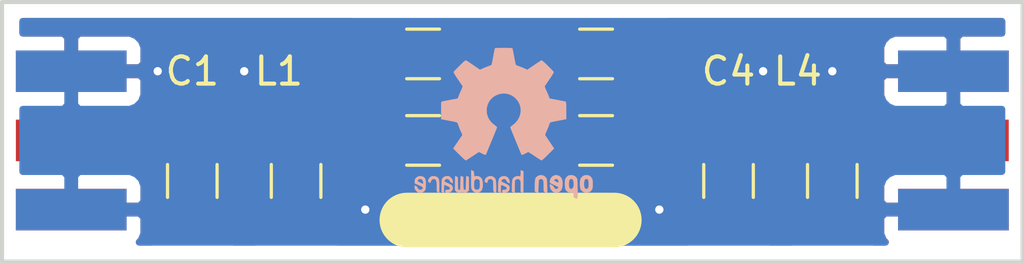
<source format=kicad_pcb>
(kicad_pcb (version 20171130) (host pcbnew "(5.0.1-3-g963ef8bb5)")

  (general
    (thickness 1.6)
    (drawings 5)
    (tracks 28)
    (zones 0)
    (modules 11)
    (nets 5)
  )

  (page A4)
  (layers
    (0 F.Cu signal)
    (31 B.Cu signal)
    (32 B.Adhes user)
    (33 F.Adhes user)
    (34 B.Paste user)
    (35 F.Paste user)
    (36 B.SilkS user)
    (37 F.SilkS user)
    (38 B.Mask user)
    (39 F.Mask user)
    (40 Dwgs.User user)
    (41 Cmts.User user)
    (42 Eco1.User user)
    (43 Eco2.User user)
    (44 Edge.Cuts user)
    (45 Margin user)
    (46 B.CrtYd user)
    (47 F.CrtYd user)
    (48 B.Fab user)
    (49 F.Fab user)
  )

  (setup
    (last_trace_width 0.2032)
    (trace_clearance 0.2032)
    (zone_clearance 0.508)
    (zone_45_only no)
    (trace_min 0.2032)
    (segment_width 0.2)
    (edge_width 0.15)
    (via_size 0.6096)
    (via_drill 0.3048)
    (via_min_size 0.6096)
    (via_min_drill 0.3048)
    (uvia_size 0.3)
    (uvia_drill 0.1)
    (uvias_allowed no)
    (uvia_min_size 0.2)
    (uvia_min_drill 0.1)
    (pcb_text_width 0.3)
    (pcb_text_size 1.5 1.5)
    (mod_edge_width 0.15)
    (mod_text_size 1 1)
    (mod_text_width 0.15)
    (pad_size 1.524 1.524)
    (pad_drill 0.762)
    (pad_to_mask_clearance 0.051)
    (solder_mask_min_width 0.25)
    (aux_axis_origin 0 0)
    (grid_origin 99.695 99.06)
    (visible_elements FFFFFF7F)
    (pcbplotparams
      (layerselection 0x010fc_ffffffff)
      (usegerberextensions false)
      (usegerberattributes false)
      (usegerberadvancedattributes false)
      (creategerberjobfile false)
      (excludeedgelayer true)
      (linewidth 0.100000)
      (plotframeref false)
      (viasonmask false)
      (mode 1)
      (useauxorigin false)
      (hpglpennumber 1)
      (hpglpenspeed 20)
      (hpglpendiameter 15.000000)
      (psnegative false)
      (psa4output false)
      (plotreference true)
      (plotvalue true)
      (plotinvisibletext false)
      (padsonsilk false)
      (subtractmaskfromsilk false)
      (outputformat 1)
      (mirror false)
      (drillshape 1)
      (scaleselection 1)
      (outputdirectory ""))
  )

  (net 0 "")
  (net 1 "Net-(C1-Pad1)")
  (net 2 GND)
  (net 3 "Net-(C2-Pad1)")
  (net 4 "Net-(C3-Pad1)")

  (net_class Default "This is the default net class."
    (clearance 0.2032)
    (trace_width 0.2032)
    (via_dia 0.6096)
    (via_drill 0.3048)
    (uvia_dia 0.3)
    (uvia_drill 0.1)
    (diff_pair_gap 0.2032)
    (diff_pair_width 0.2032)
    (add_net GND)
  )

  (net_class 50Ohm ""
    (clearance 0.37)
    (trace_width 1.8)
    (via_dia 0.6096)
    (via_drill 0.3048)
    (uvia_dia 0.3)
    (uvia_drill 0.1)
    (diff_pair_gap 0.2032)
    (diff_pair_width 0.2032)
    (add_net "Net-(C1-Pad1)")
    (add_net "Net-(C2-Pad1)")
    (add_net "Net-(C3-Pad1)")
  )

  (module Capacitor_SMD:C_1206_3216Metric_Pad1.42x1.75mm_HandSolder (layer F.Cu) (tedit 5B301BBE) (tstamp 5C247C57)
    (at 106.68 96.1025 270)
    (descr "Capacitor SMD 1206 (3216 Metric), square (rectangular) end terminal, IPC_7351 nominal with elongated pad for handsoldering. (Body size source: http://www.tortai-tech.com/upload/download/2011102023233369053.pdf), generated with kicad-footprint-generator")
    (tags "capacitor handsolder")
    (path /5C1802A2)
    (attr smd)
    (fp_text reference C1 (at -4.0275 0) (layer F.SilkS)
      (effects (font (size 1 1) (thickness 0.15)))
    )
    (fp_text value C (at 0 1.82 270) (layer F.Fab)
      (effects (font (size 1 1) (thickness 0.15)))
    )
    (fp_line (start -1.6 0.8) (end -1.6 -0.8) (layer F.Fab) (width 0.1))
    (fp_line (start -1.6 -0.8) (end 1.6 -0.8) (layer F.Fab) (width 0.1))
    (fp_line (start 1.6 -0.8) (end 1.6 0.8) (layer F.Fab) (width 0.1))
    (fp_line (start 1.6 0.8) (end -1.6 0.8) (layer F.Fab) (width 0.1))
    (fp_line (start -0.602064 -0.91) (end 0.602064 -0.91) (layer F.SilkS) (width 0.12))
    (fp_line (start -0.602064 0.91) (end 0.602064 0.91) (layer F.SilkS) (width 0.12))
    (fp_line (start -2.45 1.12) (end -2.45 -1.12) (layer F.CrtYd) (width 0.05))
    (fp_line (start -2.45 -1.12) (end 2.45 -1.12) (layer F.CrtYd) (width 0.05))
    (fp_line (start 2.45 -1.12) (end 2.45 1.12) (layer F.CrtYd) (width 0.05))
    (fp_line (start 2.45 1.12) (end -2.45 1.12) (layer F.CrtYd) (width 0.05))
    (fp_text user %R (at 0 0 270) (layer F.Fab)
      (effects (font (size 0.8 0.8) (thickness 0.12)))
    )
    (pad 1 smd roundrect (at -1.4875 0 270) (size 1.425 1.75) (layers F.Cu F.Paste F.Mask) (roundrect_rratio 0.175439)
      (net 1 "Net-(C1-Pad1)"))
    (pad 2 smd roundrect (at 1.4875 0 270) (size 1.425 1.75) (layers F.Cu F.Paste F.Mask) (roundrect_rratio 0.175439)
      (net 2 GND))
    (model ${KISYS3DMOD}/Capacitor_SMD.3dshapes/C_1206_3216Metric.wrl
      (at (xyz 0 0 0))
      (scale (xyz 1 1 1))
      (rotate (xyz 0 0 0))
    )
  )

  (module Capacitor_SMD:C_1206_3216Metric_Pad1.42x1.75mm_HandSolder (layer F.Cu) (tedit 5C1807FA) (tstamp 5C247C68)
    (at 115.1525 94.615 180)
    (descr "Capacitor SMD 1206 (3216 Metric), square (rectangular) end terminal, IPC_7351 nominal with elongated pad for handsoldering. (Body size source: http://www.tortai-tech.com/upload/download/2011102023233369053.pdf), generated with kicad-footprint-generator")
    (tags "capacitor handsolder")
    (path /5C1802D5)
    (attr smd)
    (fp_text reference C2 (at 0 -1.82 180) (layer F.SilkS) hide
      (effects (font (size 1 1) (thickness 0.15)))
    )
    (fp_text value C (at 0 1.82 180) (layer F.Fab)
      (effects (font (size 1 1) (thickness 0.15)))
    )
    (fp_text user %R (at 0 0 180) (layer F.Fab)
      (effects (font (size 0.8 0.8) (thickness 0.12)))
    )
    (fp_line (start 2.45 1.12) (end -2.45 1.12) (layer F.CrtYd) (width 0.05))
    (fp_line (start 2.45 -1.12) (end 2.45 1.12) (layer F.CrtYd) (width 0.05))
    (fp_line (start -2.45 -1.12) (end 2.45 -1.12) (layer F.CrtYd) (width 0.05))
    (fp_line (start -2.45 1.12) (end -2.45 -1.12) (layer F.CrtYd) (width 0.05))
    (fp_line (start -0.602064 0.91) (end 0.602064 0.91) (layer F.SilkS) (width 0.12))
    (fp_line (start -0.602064 -0.91) (end 0.602064 -0.91) (layer F.SilkS) (width 0.12))
    (fp_line (start 1.6 0.8) (end -1.6 0.8) (layer F.Fab) (width 0.1))
    (fp_line (start 1.6 -0.8) (end 1.6 0.8) (layer F.Fab) (width 0.1))
    (fp_line (start -1.6 -0.8) (end 1.6 -0.8) (layer F.Fab) (width 0.1))
    (fp_line (start -1.6 0.8) (end -1.6 -0.8) (layer F.Fab) (width 0.1))
    (pad 2 smd roundrect (at 1.4875 0 180) (size 1.425 1.75) (layers F.Cu F.Paste F.Mask) (roundrect_rratio 0.175439)
      (net 1 "Net-(C1-Pad1)"))
    (pad 1 smd roundrect (at -1.4875 0 180) (size 1.425 1.75) (layers F.Cu F.Paste F.Mask) (roundrect_rratio 0.175439)
      (net 3 "Net-(C2-Pad1)"))
    (model ${KISYS3DMOD}/Capacitor_SMD.3dshapes/C_1206_3216Metric.wrl
      (at (xyz 0 0 0))
      (scale (xyz 1 1 1))
      (rotate (xyz 0 0 0))
    )
  )

  (module Capacitor_SMD:C_1206_3216Metric_Pad1.42x1.75mm_HandSolder (layer F.Cu) (tedit 5C1807FD) (tstamp 5C247C79)
    (at 121.5025 94.615 180)
    (descr "Capacitor SMD 1206 (3216 Metric), square (rectangular) end terminal, IPC_7351 nominal with elongated pad for handsoldering. (Body size source: http://www.tortai-tech.com/upload/download/2011102023233369053.pdf), generated with kicad-footprint-generator")
    (tags "capacitor handsolder")
    (path /5C180409)
    (attr smd)
    (fp_text reference C3 (at 0 -1.82 180) (layer F.SilkS) hide
      (effects (font (size 1 1) (thickness 0.15)))
    )
    (fp_text value C (at 0 1.82 180) (layer F.Fab)
      (effects (font (size 1 1) (thickness 0.15)))
    )
    (fp_line (start -1.6 0.8) (end -1.6 -0.8) (layer F.Fab) (width 0.1))
    (fp_line (start -1.6 -0.8) (end 1.6 -0.8) (layer F.Fab) (width 0.1))
    (fp_line (start 1.6 -0.8) (end 1.6 0.8) (layer F.Fab) (width 0.1))
    (fp_line (start 1.6 0.8) (end -1.6 0.8) (layer F.Fab) (width 0.1))
    (fp_line (start -0.602064 -0.91) (end 0.602064 -0.91) (layer F.SilkS) (width 0.12))
    (fp_line (start -0.602064 0.91) (end 0.602064 0.91) (layer F.SilkS) (width 0.12))
    (fp_line (start -2.45 1.12) (end -2.45 -1.12) (layer F.CrtYd) (width 0.05))
    (fp_line (start -2.45 -1.12) (end 2.45 -1.12) (layer F.CrtYd) (width 0.05))
    (fp_line (start 2.45 -1.12) (end 2.45 1.12) (layer F.CrtYd) (width 0.05))
    (fp_line (start 2.45 1.12) (end -2.45 1.12) (layer F.CrtYd) (width 0.05))
    (fp_text user %R (at 0 0 180) (layer F.Fab)
      (effects (font (size 0.8 0.8) (thickness 0.12)))
    )
    (pad 1 smd roundrect (at -1.4875 0 180) (size 1.425 1.75) (layers F.Cu F.Paste F.Mask) (roundrect_rratio 0.175439)
      (net 4 "Net-(C3-Pad1)"))
    (pad 2 smd roundrect (at 1.4875 0 180) (size 1.425 1.75) (layers F.Cu F.Paste F.Mask) (roundrect_rratio 0.175439)
      (net 3 "Net-(C2-Pad1)"))
    (model ${KISYS3DMOD}/Capacitor_SMD.3dshapes/C_1206_3216Metric.wrl
      (at (xyz 0 0 0))
      (scale (xyz 1 1 1))
      (rotate (xyz 0 0 0))
    )
  )

  (module Capacitor_SMD:C_1206_3216Metric_Pad1.42x1.75mm_HandSolder (layer F.Cu) (tedit 5B301BBE) (tstamp 5C247C8A)
    (at 126.365 96.1025 270)
    (descr "Capacitor SMD 1206 (3216 Metric), square (rectangular) end terminal, IPC_7351 nominal with elongated pad for handsoldering. (Body size source: http://www.tortai-tech.com/upload/download/2011102023233369053.pdf), generated with kicad-footprint-generator")
    (tags "capacitor handsolder")
    (path /5C180630)
    (attr smd)
    (fp_text reference C4 (at -4.0275 0) (layer F.SilkS)
      (effects (font (size 1 1) (thickness 0.15)))
    )
    (fp_text value C (at 0 1.82 270) (layer F.Fab)
      (effects (font (size 1 1) (thickness 0.15)))
    )
    (fp_text user %R (at 0 0 270) (layer F.Fab)
      (effects (font (size 0.8 0.8) (thickness 0.12)))
    )
    (fp_line (start 2.45 1.12) (end -2.45 1.12) (layer F.CrtYd) (width 0.05))
    (fp_line (start 2.45 -1.12) (end 2.45 1.12) (layer F.CrtYd) (width 0.05))
    (fp_line (start -2.45 -1.12) (end 2.45 -1.12) (layer F.CrtYd) (width 0.05))
    (fp_line (start -2.45 1.12) (end -2.45 -1.12) (layer F.CrtYd) (width 0.05))
    (fp_line (start -0.602064 0.91) (end 0.602064 0.91) (layer F.SilkS) (width 0.12))
    (fp_line (start -0.602064 -0.91) (end 0.602064 -0.91) (layer F.SilkS) (width 0.12))
    (fp_line (start 1.6 0.8) (end -1.6 0.8) (layer F.Fab) (width 0.1))
    (fp_line (start 1.6 -0.8) (end 1.6 0.8) (layer F.Fab) (width 0.1))
    (fp_line (start -1.6 -0.8) (end 1.6 -0.8) (layer F.Fab) (width 0.1))
    (fp_line (start -1.6 0.8) (end -1.6 -0.8) (layer F.Fab) (width 0.1))
    (pad 2 smd roundrect (at 1.4875 0 270) (size 1.425 1.75) (layers F.Cu F.Paste F.Mask) (roundrect_rratio 0.175439)
      (net 2 GND))
    (pad 1 smd roundrect (at -1.4875 0 270) (size 1.425 1.75) (layers F.Cu F.Paste F.Mask) (roundrect_rratio 0.175439)
      (net 4 "Net-(C3-Pad1)"))
    (model ${KISYS3DMOD}/Capacitor_SMD.3dshapes/C_1206_3216Metric.wrl
      (at (xyz 0 0 0))
      (scale (xyz 1 1 1))
      (rotate (xyz 0 0 0))
    )
  )

  (module RFLego_Footprint:SMA_Edge (layer F.Cu) (tedit 5C180867) (tstamp 5C247C93)
    (at 100.203 94.615)
    (path /5C180092)
    (fp_text reference J1 (at 2.1336 4.6482) (layer F.SilkS) hide
      (effects (font (size 1 1) (thickness 0.15)))
    )
    (fp_text value SMA (at 1.27 6.35) (layer F.Fab) hide
      (effects (font (size 1 1) (thickness 0.15)))
    )
    (pad 1 smd rect (at 2.032 0) (size 4.064 1.524) (layers F.Cu F.Mask)
      (net 1 "Net-(C1-Pad1)"))
    (pad 2 smd rect (at 2.032 -2.54) (size 4.064 1.524) (layers F.Cu F.Mask)
      (net 2 GND))
    (pad 2 smd rect (at 2.032 2.54) (size 4.064 1.524) (layers B.Cu B.Mask)
      (net 2 GND))
    (pad 2 smd rect (at 2.032 -2.54) (size 4.064 1.524) (layers B.Cu B.Mask)
      (net 2 GND))
    (pad 2 smd rect (at 2.032 2.54) (size 4.064 1.524) (layers F.Cu F.Mask)
      (net 2 GND))
  )

  (module RFLego_Footprint:SMA_Edge (layer F.Cu) (tedit 5C18086B) (tstamp 5C247C9C)
    (at 132.588 94.615)
    (path /5C180159)
    (fp_text reference J2 (at 2.1336 4.6482) (layer F.SilkS) hide
      (effects (font (size 1 1) (thickness 0.15)))
    )
    (fp_text value SMA (at 1.27 6.35) (layer F.Fab) hide
      (effects (font (size 1 1) (thickness 0.15)))
    )
    (pad 2 smd rect (at 2.032 2.54) (size 4.064 1.524) (layers F.Cu F.Mask)
      (net 2 GND))
    (pad 2 smd rect (at 2.032 -2.54) (size 4.064 1.524) (layers B.Cu B.Mask)
      (net 2 GND))
    (pad 2 smd rect (at 2.032 2.54) (size 4.064 1.524) (layers B.Cu B.Mask)
      (net 2 GND))
    (pad 2 smd rect (at 2.032 -2.54) (size 4.064 1.524) (layers F.Cu F.Mask)
      (net 2 GND))
    (pad 1 smd rect (at 2.032 0) (size 4.064 1.524) (layers F.Cu F.Mask)
      (net 4 "Net-(C3-Pad1)"))
  )

  (module Inductor_SMD:L_1206_3216Metric_Pad1.42x1.75mm_HandSolder (layer F.Cu) (tedit 5B301BBE) (tstamp 5C248B7A)
    (at 110.49 96.1025 270)
    (descr "Capacitor SMD 1206 (3216 Metric), square (rectangular) end terminal, IPC_7351 nominal with elongated pad for handsoldering. (Body size source: http://www.tortai-tech.com/upload/download/2011102023233369053.pdf), generated with kicad-footprint-generator")
    (tags "inductor handsolder")
    (path /5C18075E)
    (attr smd)
    (fp_text reference L1 (at -4.0275 0.635) (layer F.SilkS)
      (effects (font (size 1 1) (thickness 0.15)))
    )
    (fp_text value L (at 0 1.82 270) (layer F.Fab)
      (effects (font (size 1 1) (thickness 0.15)))
    )
    (fp_line (start -1.6 0.8) (end -1.6 -0.8) (layer F.Fab) (width 0.1))
    (fp_line (start -1.6 -0.8) (end 1.6 -0.8) (layer F.Fab) (width 0.1))
    (fp_line (start 1.6 -0.8) (end 1.6 0.8) (layer F.Fab) (width 0.1))
    (fp_line (start 1.6 0.8) (end -1.6 0.8) (layer F.Fab) (width 0.1))
    (fp_line (start -0.602064 -0.91) (end 0.602064 -0.91) (layer F.SilkS) (width 0.12))
    (fp_line (start -0.602064 0.91) (end 0.602064 0.91) (layer F.SilkS) (width 0.12))
    (fp_line (start -2.45 1.12) (end -2.45 -1.12) (layer F.CrtYd) (width 0.05))
    (fp_line (start -2.45 -1.12) (end 2.45 -1.12) (layer F.CrtYd) (width 0.05))
    (fp_line (start 2.45 -1.12) (end 2.45 1.12) (layer F.CrtYd) (width 0.05))
    (fp_line (start 2.45 1.12) (end -2.45 1.12) (layer F.CrtYd) (width 0.05))
    (fp_text user %R (at 0 0 270) (layer F.Fab)
      (effects (font (size 0.8 0.8) (thickness 0.12)))
    )
    (pad 1 smd roundrect (at -1.4875 0 270) (size 1.425 1.75) (layers F.Cu F.Paste F.Mask) (roundrect_rratio 0.175439)
      (net 1 "Net-(C1-Pad1)"))
    (pad 2 smd roundrect (at 1.4875 0 270) (size 1.425 1.75) (layers F.Cu F.Paste F.Mask) (roundrect_rratio 0.175439)
      (net 2 GND))
    (model ${KISYS3DMOD}/Inductor_SMD.3dshapes/L_1206_3216Metric.wrl
      (at (xyz 0 0 0))
      (scale (xyz 1 1 1))
      (rotate (xyz 0 0 0))
    )
  )

  (module Inductor_SMD:L_1206_3216Metric_Pad1.42x1.75mm_HandSolder (layer F.Cu) (tedit 5C180806) (tstamp 5C24801B)
    (at 115.1525 91.44)
    (descr "Capacitor SMD 1206 (3216 Metric), square (rectangular) end terminal, IPC_7351 nominal with elongated pad for handsoldering. (Body size source: http://www.tortai-tech.com/upload/download/2011102023233369053.pdf), generated with kicad-footprint-generator")
    (tags "inductor handsolder")
    (path /5C1812E3)
    (attr smd)
    (fp_text reference L2 (at 0 -1.82) (layer F.SilkS) hide
      (effects (font (size 1 1) (thickness 0.15)))
    )
    (fp_text value L (at 0 1.82) (layer F.Fab)
      (effects (font (size 1 1) (thickness 0.15)))
    )
    (fp_text user %R (at 0 0) (layer F.Fab)
      (effects (font (size 0.8 0.8) (thickness 0.12)))
    )
    (fp_line (start 2.45 1.12) (end -2.45 1.12) (layer F.CrtYd) (width 0.05))
    (fp_line (start 2.45 -1.12) (end 2.45 1.12) (layer F.CrtYd) (width 0.05))
    (fp_line (start -2.45 -1.12) (end 2.45 -1.12) (layer F.CrtYd) (width 0.05))
    (fp_line (start -2.45 1.12) (end -2.45 -1.12) (layer F.CrtYd) (width 0.05))
    (fp_line (start -0.602064 0.91) (end 0.602064 0.91) (layer F.SilkS) (width 0.12))
    (fp_line (start -0.602064 -0.91) (end 0.602064 -0.91) (layer F.SilkS) (width 0.12))
    (fp_line (start 1.6 0.8) (end -1.6 0.8) (layer F.Fab) (width 0.1))
    (fp_line (start 1.6 -0.8) (end 1.6 0.8) (layer F.Fab) (width 0.1))
    (fp_line (start -1.6 -0.8) (end 1.6 -0.8) (layer F.Fab) (width 0.1))
    (fp_line (start -1.6 0.8) (end -1.6 -0.8) (layer F.Fab) (width 0.1))
    (pad 2 smd roundrect (at 1.4875 0) (size 1.425 1.75) (layers F.Cu F.Paste F.Mask) (roundrect_rratio 0.175439)
      (net 3 "Net-(C2-Pad1)"))
    (pad 1 smd roundrect (at -1.4875 0) (size 1.425 1.75) (layers F.Cu F.Paste F.Mask) (roundrect_rratio 0.175439)
      (net 1 "Net-(C1-Pad1)"))
    (model ${KISYS3DMOD}/Inductor_SMD.3dshapes/L_1206_3216Metric.wrl
      (at (xyz 0 0 0))
      (scale (xyz 1 1 1))
      (rotate (xyz 0 0 0))
    )
  )

  (module Inductor_SMD:L_1206_3216Metric_Pad1.42x1.75mm_HandSolder (layer F.Cu) (tedit 5C180802) (tstamp 5C247CCF)
    (at 121.5025 91.44)
    (descr "Capacitor SMD 1206 (3216 Metric), square (rectangular) end terminal, IPC_7351 nominal with elongated pad for handsoldering. (Body size source: http://www.tortai-tech.com/upload/download/2011102023233369053.pdf), generated with kicad-footprint-generator")
    (tags "inductor handsolder")
    (path /5C18085C)
    (attr smd)
    (fp_text reference L3 (at 0 -1.82) (layer F.SilkS) hide
      (effects (font (size 1 1) (thickness 0.15)))
    )
    (fp_text value L (at 0 1.82) (layer F.Fab)
      (effects (font (size 1 1) (thickness 0.15)))
    )
    (fp_text user %R (at 0 0) (layer F.Fab)
      (effects (font (size 0.8 0.8) (thickness 0.12)))
    )
    (fp_line (start 2.45 1.12) (end -2.45 1.12) (layer F.CrtYd) (width 0.05))
    (fp_line (start 2.45 -1.12) (end 2.45 1.12) (layer F.CrtYd) (width 0.05))
    (fp_line (start -2.45 -1.12) (end 2.45 -1.12) (layer F.CrtYd) (width 0.05))
    (fp_line (start -2.45 1.12) (end -2.45 -1.12) (layer F.CrtYd) (width 0.05))
    (fp_line (start -0.602064 0.91) (end 0.602064 0.91) (layer F.SilkS) (width 0.12))
    (fp_line (start -0.602064 -0.91) (end 0.602064 -0.91) (layer F.SilkS) (width 0.12))
    (fp_line (start 1.6 0.8) (end -1.6 0.8) (layer F.Fab) (width 0.1))
    (fp_line (start 1.6 -0.8) (end 1.6 0.8) (layer F.Fab) (width 0.1))
    (fp_line (start -1.6 -0.8) (end 1.6 -0.8) (layer F.Fab) (width 0.1))
    (fp_line (start -1.6 0.8) (end -1.6 -0.8) (layer F.Fab) (width 0.1))
    (pad 2 smd roundrect (at 1.4875 0) (size 1.425 1.75) (layers F.Cu F.Paste F.Mask) (roundrect_rratio 0.175439)
      (net 4 "Net-(C3-Pad1)"))
    (pad 1 smd roundrect (at -1.4875 0) (size 1.425 1.75) (layers F.Cu F.Paste F.Mask) (roundrect_rratio 0.175439)
      (net 3 "Net-(C2-Pad1)"))
    (model ${KISYS3DMOD}/Inductor_SMD.3dshapes/L_1206_3216Metric.wrl
      (at (xyz 0 0 0))
      (scale (xyz 1 1 1))
      (rotate (xyz 0 0 0))
    )
  )

  (module Inductor_SMD:L_1206_3216Metric_Pad1.42x1.75mm_HandSolder (layer F.Cu) (tedit 5B301BBE) (tstamp 5C247CE0)
    (at 130.175 96.1025 270)
    (descr "Capacitor SMD 1206 (3216 Metric), square (rectangular) end terminal, IPC_7351 nominal with elongated pad for handsoldering. (Body size source: http://www.tortai-tech.com/upload/download/2011102023233369053.pdf), generated with kicad-footprint-generator")
    (tags "inductor handsolder")
    (path /5C180A62)
    (attr smd)
    (fp_text reference L4 (at -4.0275 1.27) (layer F.SilkS)
      (effects (font (size 1 1) (thickness 0.15)))
    )
    (fp_text value L (at 0 1.82 270) (layer F.Fab)
      (effects (font (size 1 1) (thickness 0.15)))
    )
    (fp_line (start -1.6 0.8) (end -1.6 -0.8) (layer F.Fab) (width 0.1))
    (fp_line (start -1.6 -0.8) (end 1.6 -0.8) (layer F.Fab) (width 0.1))
    (fp_line (start 1.6 -0.8) (end 1.6 0.8) (layer F.Fab) (width 0.1))
    (fp_line (start 1.6 0.8) (end -1.6 0.8) (layer F.Fab) (width 0.1))
    (fp_line (start -0.602064 -0.91) (end 0.602064 -0.91) (layer F.SilkS) (width 0.12))
    (fp_line (start -0.602064 0.91) (end 0.602064 0.91) (layer F.SilkS) (width 0.12))
    (fp_line (start -2.45 1.12) (end -2.45 -1.12) (layer F.CrtYd) (width 0.05))
    (fp_line (start -2.45 -1.12) (end 2.45 -1.12) (layer F.CrtYd) (width 0.05))
    (fp_line (start 2.45 -1.12) (end 2.45 1.12) (layer F.CrtYd) (width 0.05))
    (fp_line (start 2.45 1.12) (end -2.45 1.12) (layer F.CrtYd) (width 0.05))
    (fp_text user %R (at 0 0 270) (layer F.Fab)
      (effects (font (size 0.8 0.8) (thickness 0.12)))
    )
    (pad 1 smd roundrect (at -1.4875 0 270) (size 1.425 1.75) (layers F.Cu F.Paste F.Mask) (roundrect_rratio 0.175439)
      (net 4 "Net-(C3-Pad1)"))
    (pad 2 smd roundrect (at 1.4875 0 270) (size 1.425 1.75) (layers F.Cu F.Paste F.Mask) (roundrect_rratio 0.175439)
      (net 2 GND))
    (model ${KISYS3DMOD}/Inductor_SMD.3dshapes/L_1206_3216Metric.wrl
      (at (xyz 0 0 0))
      (scale (xyz 1 1 1))
      (rotate (xyz 0 0 0))
    )
  )

  (module Symbol:OSHW-Logo2_7.3x6mm_SilkScreen (layer B.Cu) (tedit 0) (tstamp 5C24B3B5)
    (at 118.11 93.98 180)
    (descr "Open Source Hardware Symbol")
    (tags "Logo Symbol OSHW")
    (attr virtual)
    (fp_text reference REF** (at 0 0 180) (layer B.SilkS) hide
      (effects (font (size 1 1) (thickness 0.15)) (justify mirror))
    )
    (fp_text value OSHW-Logo2_7.3x6mm_SilkScreen (at 0.75 0 180) (layer B.Fab) hide
      (effects (font (size 1 1) (thickness 0.15)) (justify mirror))
    )
    (fp_poly (pts (xy 0.10391 2.757652) (xy 0.182454 2.757222) (xy 0.239298 2.756058) (xy 0.278105 2.753793)
      (xy 0.302538 2.75006) (xy 0.316262 2.744494) (xy 0.32294 2.736727) (xy 0.326236 2.726395)
      (xy 0.326556 2.725057) (xy 0.331562 2.700921) (xy 0.340829 2.653299) (xy 0.353392 2.587259)
      (xy 0.368287 2.507872) (xy 0.384551 2.420204) (xy 0.385119 2.417125) (xy 0.40141 2.331211)
      (xy 0.416652 2.255304) (xy 0.429861 2.193955) (xy 0.440054 2.151718) (xy 0.446248 2.133145)
      (xy 0.446543 2.132816) (xy 0.464788 2.123747) (xy 0.502405 2.108633) (xy 0.551271 2.090738)
      (xy 0.551543 2.090642) (xy 0.613093 2.067507) (xy 0.685657 2.038035) (xy 0.754057 2.008403)
      (xy 0.757294 2.006938) (xy 0.868702 1.956374) (xy 1.115399 2.12484) (xy 1.191077 2.176197)
      (xy 1.259631 2.222111) (xy 1.317088 2.25997) (xy 1.359476 2.287163) (xy 1.382825 2.301079)
      (xy 1.385042 2.302111) (xy 1.40201 2.297516) (xy 1.433701 2.275345) (xy 1.481352 2.234553)
      (xy 1.546198 2.174095) (xy 1.612397 2.109773) (xy 1.676214 2.046388) (xy 1.733329 1.988549)
      (xy 1.780305 1.939825) (xy 1.813703 1.90379) (xy 1.830085 1.884016) (xy 1.830694 1.882998)
      (xy 1.832505 1.869428) (xy 1.825683 1.847267) (xy 1.80854 1.813522) (xy 1.779393 1.7652)
      (xy 1.736555 1.699308) (xy 1.679448 1.614483) (xy 1.628766 1.539823) (xy 1.583461 1.47286)
      (xy 1.54615 1.417484) (xy 1.519452 1.37758) (xy 1.505985 1.357038) (xy 1.505137 1.355644)
      (xy 1.506781 1.335962) (xy 1.519245 1.297707) (xy 1.540048 1.248111) (xy 1.547462 1.232272)
      (xy 1.579814 1.16171) (xy 1.614328 1.081647) (xy 1.642365 1.012371) (xy 1.662568 0.960955)
      (xy 1.678615 0.921881) (xy 1.687888 0.901459) (xy 1.689041 0.899886) (xy 1.706096 0.897279)
      (xy 1.746298 0.890137) (xy 1.804302 0.879477) (xy 1.874763 0.866315) (xy 1.952335 0.851667)
      (xy 2.031672 0.836551) (xy 2.107431 0.821982) (xy 2.174264 0.808978) (xy 2.226828 0.798555)
      (xy 2.259776 0.79173) (xy 2.267857 0.789801) (xy 2.276205 0.785038) (xy 2.282506 0.774282)
      (xy 2.287045 0.753902) (xy 2.290104 0.720266) (xy 2.291967 0.669745) (xy 2.292918 0.598708)
      (xy 2.29324 0.503524) (xy 2.293257 0.464508) (xy 2.293257 0.147201) (xy 2.217057 0.132161)
      (xy 2.174663 0.124005) (xy 2.1114 0.112101) (xy 2.034962 0.097884) (xy 1.953043 0.08279)
      (xy 1.9304 0.078645) (xy 1.854806 0.063947) (xy 1.788953 0.049495) (xy 1.738366 0.036625)
      (xy 1.708574 0.026678) (xy 1.703612 0.023713) (xy 1.691426 0.002717) (xy 1.673953 -0.037967)
      (xy 1.654577 -0.090322) (xy 1.650734 -0.1016) (xy 1.625339 -0.171523) (xy 1.593817 -0.250418)
      (xy 1.562969 -0.321266) (xy 1.562817 -0.321595) (xy 1.511447 -0.432733) (xy 1.680399 -0.681253)
      (xy 1.849352 -0.929772) (xy 1.632429 -1.147058) (xy 1.566819 -1.211726) (xy 1.506979 -1.268733)
      (xy 1.456267 -1.315033) (xy 1.418046 -1.347584) (xy 1.395675 -1.363343) (xy 1.392466 -1.364343)
      (xy 1.373626 -1.356469) (xy 1.33518 -1.334578) (xy 1.28133 -1.301267) (xy 1.216276 -1.259131)
      (xy 1.14594 -1.211943) (xy 1.074555 -1.16381) (xy 1.010908 -1.121928) (xy 0.959041 -1.088871)
      (xy 0.922995 -1.067218) (xy 0.906867 -1.059543) (xy 0.887189 -1.066037) (xy 0.849875 -1.08315)
      (xy 0.802621 -1.107326) (xy 0.797612 -1.110013) (xy 0.733977 -1.141927) (xy 0.690341 -1.157579)
      (xy 0.663202 -1.157745) (xy 0.649057 -1.143204) (xy 0.648975 -1.143) (xy 0.641905 -1.125779)
      (xy 0.625042 -1.084899) (xy 0.599695 -1.023525) (xy 0.567171 -0.944819) (xy 0.528778 -0.851947)
      (xy 0.485822 -0.748072) (xy 0.444222 -0.647502) (xy 0.398504 -0.536516) (xy 0.356526 -0.433703)
      (xy 0.319548 -0.342215) (xy 0.288827 -0.265201) (xy 0.265622 -0.205815) (xy 0.25119 -0.167209)
      (xy 0.246743 -0.1528) (xy 0.257896 -0.136272) (xy 0.287069 -0.10993) (xy 0.325971 -0.080887)
      (xy 0.436757 0.010961) (xy 0.523351 0.116241) (xy 0.584716 0.232734) (xy 0.619815 0.358224)
      (xy 0.627608 0.490493) (xy 0.621943 0.551543) (xy 0.591078 0.678205) (xy 0.53792 0.790059)
      (xy 0.465767 0.885999) (xy 0.377917 0.964924) (xy 0.277665 1.02573) (xy 0.16831 1.067313)
      (xy 0.053147 1.088572) (xy -0.064525 1.088401) (xy -0.18141 1.065699) (xy -0.294211 1.019362)
      (xy -0.399631 0.948287) (xy -0.443632 0.908089) (xy -0.528021 0.804871) (xy -0.586778 0.692075)
      (xy -0.620296 0.57299) (xy -0.628965 0.450905) (xy -0.613177 0.329107) (xy -0.573322 0.210884)
      (xy -0.509793 0.099525) (xy -0.422979 -0.001684) (xy -0.325971 -0.080887) (xy -0.285563 -0.111162)
      (xy -0.257018 -0.137219) (xy -0.246743 -0.152825) (xy -0.252123 -0.169843) (xy -0.267425 -0.2105)
      (xy -0.291388 -0.271642) (xy -0.322756 -0.350119) (xy -0.360268 -0.44278) (xy -0.402667 -0.546472)
      (xy -0.444337 -0.647526) (xy -0.49031 -0.758607) (xy -0.532893 -0.861541) (xy -0.570779 -0.953165)
      (xy -0.60266 -1.030316) (xy -0.627229 -1.089831) (xy -0.64318 -1.128544) (xy -0.64909 -1.143)
      (xy -0.663052 -1.157685) (xy -0.69006 -1.157642) (xy -0.733587 -1.142099) (xy -0.79711 -1.110284)
      (xy -0.797612 -1.110013) (xy -0.84544 -1.085323) (xy -0.884103 -1.067338) (xy -0.905905 -1.059614)
      (xy -0.906867 -1.059543) (xy -0.923279 -1.067378) (xy -0.959513 -1.089165) (xy -1.011526 -1.122328)
      (xy -1.075275 -1.164291) (xy -1.14594 -1.211943) (xy -1.217884 -1.260191) (xy -1.282726 -1.302151)
      (xy -1.336265 -1.335227) (xy -1.374303 -1.356821) (xy -1.392467 -1.364343) (xy -1.409192 -1.354457)
      (xy -1.44282 -1.326826) (xy -1.48999 -1.284495) (xy -1.547342 -1.230505) (xy -1.611516 -1.167899)
      (xy -1.632503 -1.146983) (xy -1.849501 -0.929623) (xy -1.684332 -0.68722) (xy -1.634136 -0.612781)
      (xy -1.590081 -0.545972) (xy -1.554638 -0.490665) (xy -1.530281 -0.450729) (xy -1.519478 -0.430036)
      (xy -1.519162 -0.428563) (xy -1.524857 -0.409058) (xy -1.540174 -0.369822) (xy -1.562463 -0.31743)
      (xy -1.578107 -0.282355) (xy -1.607359 -0.215201) (xy -1.634906 -0.147358) (xy -1.656263 -0.090034)
      (xy -1.662065 -0.072572) (xy -1.678548 -0.025938) (xy -1.69466 0.010095) (xy -1.70351 0.023713)
      (xy -1.72304 0.032048) (xy -1.765666 0.043863) (xy -1.825855 0.057819) (xy -1.898078 0.072578)
      (xy -1.9304 0.078645) (xy -2.012478 0.093727) (xy -2.091205 0.108331) (xy -2.158891 0.12102)
      (xy -2.20784 0.130358) (xy -2.217057 0.132161) (xy -2.293257 0.147201) (xy -2.293257 0.464508)
      (xy -2.293086 0.568846) (xy -2.292384 0.647787) (xy -2.290866 0.704962) (xy -2.288251 0.744001)
      (xy -2.284254 0.768535) (xy -2.278591 0.782195) (xy -2.27098 0.788611) (xy -2.267857 0.789801)
      (xy -2.249022 0.79402) (xy -2.207412 0.802438) (xy -2.14837 0.814039) (xy -2.077243 0.827805)
      (xy -1.999375 0.84272) (xy -1.920113 0.857768) (xy -1.844802 0.871931) (xy -1.778787 0.884194)
      (xy -1.727413 0.893539) (xy -1.696025 0.89895) (xy -1.689041 0.899886) (xy -1.682715 0.912404)
      (xy -1.66871 0.945754) (xy -1.649645 0.993623) (xy -1.642366 1.012371) (xy -1.613004 1.084805)
      (xy -1.578429 1.16483) (xy -1.547463 1.232272) (xy -1.524677 1.283841) (xy -1.509518 1.326215)
      (xy -1.504458 1.352166) (xy -1.505264 1.355644) (xy -1.515959 1.372064) (xy -1.54038 1.408583)
      (xy -1.575905 1.461313) (xy -1.619913 1.526365) (xy -1.669783 1.599849) (xy -1.679644 1.614355)
      (xy -1.737508 1.700296) (xy -1.780044 1.765739) (xy -1.808946 1.813696) (xy -1.82591 1.84718)
      (xy -1.832633 1.869205) (xy -1.83081 1.882783) (xy -1.830764 1.882869) (xy -1.816414 1.900703)
      (xy -1.784677 1.935183) (xy -1.73899 1.982732) (xy -1.682796 2.039778) (xy -1.619532 2.102745)
      (xy -1.612398 2.109773) (xy -1.53267 2.18698) (xy -1.471143 2.24367) (xy -1.426579 2.28089)
      (xy -1.397743 2.299685) (xy -1.385042 2.302111) (xy -1.366506 2.291529) (xy -1.328039 2.267084)
      (xy -1.273614 2.231388) (xy -1.207202 2.187053) (xy -1.132775 2.136689) (xy -1.115399 2.12484)
      (xy -0.868703 1.956374) (xy -0.757294 2.006938) (xy -0.689543 2.036405) (xy -0.616817 2.066041)
      (xy -0.554297 2.08967) (xy -0.551543 2.090642) (xy -0.50264 2.108543) (xy -0.464943 2.12368)
      (xy -0.446575 2.13279) (xy -0.446544 2.132816) (xy -0.440715 2.149283) (xy -0.430808 2.189781)
      (xy -0.417805 2.249758) (xy -0.402691 2.32466) (xy -0.386448 2.409936) (xy -0.385119 2.417125)
      (xy -0.368825 2.504986) (xy -0.353867 2.58474) (xy -0.341209 2.651319) (xy -0.331814 2.699653)
      (xy -0.326646 2.724675) (xy -0.326556 2.725057) (xy -0.323411 2.735701) (xy -0.317296 2.743738)
      (xy -0.304547 2.749533) (xy -0.2815 2.753453) (xy -0.244491 2.755865) (xy -0.189856 2.757135)
      (xy -0.113933 2.757629) (xy -0.013056 2.757714) (xy 0 2.757714) (xy 0.10391 2.757652)) (layer B.SilkS) (width 0.01))
    (fp_poly (pts (xy 3.153595 -1.966966) (xy 3.211021 -2.004497) (xy 3.238719 -2.038096) (xy 3.260662 -2.099064)
      (xy 3.262405 -2.147308) (xy 3.258457 -2.211816) (xy 3.109686 -2.276934) (xy 3.037349 -2.310202)
      (xy 2.990084 -2.336964) (xy 2.965507 -2.360144) (xy 2.961237 -2.382667) (xy 2.974889 -2.407455)
      (xy 2.989943 -2.423886) (xy 3.033746 -2.450235) (xy 3.081389 -2.452081) (xy 3.125145 -2.431546)
      (xy 3.157289 -2.390752) (xy 3.163038 -2.376347) (xy 3.190576 -2.331356) (xy 3.222258 -2.312182)
      (xy 3.265714 -2.295779) (xy 3.265714 -2.357966) (xy 3.261872 -2.400283) (xy 3.246823 -2.435969)
      (xy 3.21528 -2.476943) (xy 3.210592 -2.482267) (xy 3.175506 -2.51872) (xy 3.145347 -2.538283)
      (xy 3.107615 -2.547283) (xy 3.076335 -2.55023) (xy 3.020385 -2.550965) (xy 2.980555 -2.54166)
      (xy 2.955708 -2.527846) (xy 2.916656 -2.497467) (xy 2.889625 -2.464613) (xy 2.872517 -2.423294)
      (xy 2.863238 -2.367521) (xy 2.859693 -2.291305) (xy 2.85941 -2.252622) (xy 2.860372 -2.206247)
      (xy 2.948007 -2.206247) (xy 2.949023 -2.231126) (xy 2.951556 -2.2352) (xy 2.968274 -2.229665)
      (xy 3.004249 -2.215017) (xy 3.052331 -2.19419) (xy 3.062386 -2.189714) (xy 3.123152 -2.158814)
      (xy 3.156632 -2.131657) (xy 3.16399 -2.10622) (xy 3.146391 -2.080481) (xy 3.131856 -2.069109)
      (xy 3.07941 -2.046364) (xy 3.030322 -2.050122) (xy 2.989227 -2.077884) (xy 2.960758 -2.127152)
      (xy 2.951631 -2.166257) (xy 2.948007 -2.206247) (xy 2.860372 -2.206247) (xy 2.861285 -2.162249)
      (xy 2.868196 -2.095384) (xy 2.881884 -2.046695) (xy 2.904096 -2.010849) (xy 2.936574 -1.982513)
      (xy 2.950733 -1.973355) (xy 3.015053 -1.949507) (xy 3.085473 -1.948006) (xy 3.153595 -1.966966)) (layer B.SilkS) (width 0.01))
    (fp_poly (pts (xy 2.6526 -1.958752) (xy 2.669948 -1.966334) (xy 2.711356 -1.999128) (xy 2.746765 -2.046547)
      (xy 2.768664 -2.097151) (xy 2.772229 -2.122098) (xy 2.760279 -2.156927) (xy 2.734067 -2.175357)
      (xy 2.705964 -2.186516) (xy 2.693095 -2.188572) (xy 2.686829 -2.173649) (xy 2.674456 -2.141175)
      (xy 2.669028 -2.126502) (xy 2.63859 -2.075744) (xy 2.59452 -2.050427) (xy 2.53801 -2.051206)
      (xy 2.533825 -2.052203) (xy 2.503655 -2.066507) (xy 2.481476 -2.094393) (xy 2.466327 -2.139287)
      (xy 2.45725 -2.204615) (xy 2.453286 -2.293804) (xy 2.452914 -2.341261) (xy 2.45273 -2.416071)
      (xy 2.451522 -2.467069) (xy 2.448309 -2.499471) (xy 2.442109 -2.518495) (xy 2.43194 -2.529356)
      (xy 2.416819 -2.537272) (xy 2.415946 -2.53767) (xy 2.386828 -2.549981) (xy 2.372403 -2.554514)
      (xy 2.370186 -2.540809) (xy 2.368289 -2.502925) (xy 2.366847 -2.445715) (xy 2.365998 -2.374027)
      (xy 2.365829 -2.321565) (xy 2.366692 -2.220047) (xy 2.37007 -2.143032) (xy 2.377142 -2.086023)
      (xy 2.389088 -2.044526) (xy 2.40709 -2.014043) (xy 2.432327 -1.99008) (xy 2.457247 -1.973355)
      (xy 2.517171 -1.951097) (xy 2.586911 -1.946076) (xy 2.6526 -1.958752)) (layer B.SilkS) (width 0.01))
    (fp_poly (pts (xy 2.144876 -1.956335) (xy 2.186667 -1.975344) (xy 2.219469 -1.998378) (xy 2.243503 -2.024133)
      (xy 2.260097 -2.057358) (xy 2.270577 -2.1028) (xy 2.276271 -2.165207) (xy 2.278507 -2.249327)
      (xy 2.278743 -2.304721) (xy 2.278743 -2.520826) (xy 2.241774 -2.53767) (xy 2.212656 -2.549981)
      (xy 2.198231 -2.554514) (xy 2.195472 -2.541025) (xy 2.193282 -2.504653) (xy 2.191942 -2.451542)
      (xy 2.191657 -2.409372) (xy 2.190434 -2.348447) (xy 2.187136 -2.300115) (xy 2.182321 -2.270518)
      (xy 2.178496 -2.264229) (xy 2.152783 -2.270652) (xy 2.112418 -2.287125) (xy 2.065679 -2.309458)
      (xy 2.020845 -2.333457) (xy 1.986193 -2.35493) (xy 1.970002 -2.369685) (xy 1.969938 -2.369845)
      (xy 1.97133 -2.397152) (xy 1.983818 -2.423219) (xy 2.005743 -2.444392) (xy 2.037743 -2.451474)
      (xy 2.065092 -2.450649) (xy 2.103826 -2.450042) (xy 2.124158 -2.459116) (xy 2.136369 -2.483092)
      (xy 2.137909 -2.487613) (xy 2.143203 -2.521806) (xy 2.129047 -2.542568) (xy 2.092148 -2.552462)
      (xy 2.052289 -2.554292) (xy 1.980562 -2.540727) (xy 1.943432 -2.521355) (xy 1.897576 -2.475845)
      (xy 1.873256 -2.419983) (xy 1.871073 -2.360957) (xy 1.891629 -2.305953) (xy 1.922549 -2.271486)
      (xy 1.95342 -2.252189) (xy 2.001942 -2.227759) (xy 2.058485 -2.202985) (xy 2.06791 -2.199199)
      (xy 2.130019 -2.171791) (xy 2.165822 -2.147634) (xy 2.177337 -2.123619) (xy 2.16658 -2.096635)
      (xy 2.148114 -2.075543) (xy 2.104469 -2.049572) (xy 2.056446 -2.047624) (xy 2.012406 -2.067637)
      (xy 1.980709 -2.107551) (xy 1.976549 -2.117848) (xy 1.952327 -2.155724) (xy 1.916965 -2.183842)
      (xy 1.872343 -2.206917) (xy 1.872343 -2.141485) (xy 1.874969 -2.101506) (xy 1.88623 -2.069997)
      (xy 1.911199 -2.036378) (xy 1.935169 -2.010484) (xy 1.972441 -1.973817) (xy 2.001401 -1.954121)
      (xy 2.032505 -1.94622) (xy 2.067713 -1.944914) (xy 2.144876 -1.956335)) (layer B.SilkS) (width 0.01))
    (fp_poly (pts (xy 1.779833 -1.958663) (xy 1.782048 -1.99685) (xy 1.783784 -2.054886) (xy 1.784899 -2.12818)
      (xy 1.785257 -2.205055) (xy 1.785257 -2.465196) (xy 1.739326 -2.511127) (xy 1.707675 -2.539429)
      (xy 1.67989 -2.550893) (xy 1.641915 -2.550168) (xy 1.62684 -2.548321) (xy 1.579726 -2.542948)
      (xy 1.540756 -2.539869) (xy 1.531257 -2.539585) (xy 1.499233 -2.541445) (xy 1.453432 -2.546114)
      (xy 1.435674 -2.548321) (xy 1.392057 -2.551735) (xy 1.362745 -2.54432) (xy 1.33368 -2.521427)
      (xy 1.323188 -2.511127) (xy 1.277257 -2.465196) (xy 1.277257 -1.978602) (xy 1.314226 -1.961758)
      (xy 1.346059 -1.949282) (xy 1.364683 -1.944914) (xy 1.369458 -1.958718) (xy 1.373921 -1.997286)
      (xy 1.377775 -2.056356) (xy 1.380722 -2.131663) (xy 1.382143 -2.195286) (xy 1.386114 -2.445657)
      (xy 1.420759 -2.450556) (xy 1.452268 -2.447131) (xy 1.467708 -2.436041) (xy 1.472023 -2.415308)
      (xy 1.475708 -2.371145) (xy 1.478469 -2.309146) (xy 1.480012 -2.234909) (xy 1.480235 -2.196706)
      (xy 1.480457 -1.976783) (xy 1.526166 -1.960849) (xy 1.558518 -1.950015) (xy 1.576115 -1.944962)
      (xy 1.576623 -1.944914) (xy 1.578388 -1.958648) (xy 1.580329 -1.99673) (xy 1.582282 -2.054482)
      (xy 1.584084 -2.127227) (xy 1.585343 -2.195286) (xy 1.589314 -2.445657) (xy 1.6764 -2.445657)
      (xy 1.680396 -2.21724) (xy 1.684392 -1.988822) (xy 1.726847 -1.966868) (xy 1.758192 -1.951793)
      (xy 1.776744 -1.944951) (xy 1.777279 -1.944914) (xy 1.779833 -1.958663)) (layer B.SilkS) (width 0.01))
    (fp_poly (pts (xy 1.190117 -2.065358) (xy 1.189933 -2.173837) (xy 1.189219 -2.257287) (xy 1.187675 -2.319704)
      (xy 1.185001 -2.365085) (xy 1.180894 -2.397429) (xy 1.175055 -2.420733) (xy 1.167182 -2.438995)
      (xy 1.161221 -2.449418) (xy 1.111855 -2.505945) (xy 1.049264 -2.541377) (xy 0.980013 -2.55409)
      (xy 0.910668 -2.542463) (xy 0.869375 -2.521568) (xy 0.826025 -2.485422) (xy 0.796481 -2.441276)
      (xy 0.778655 -2.383462) (xy 0.770463 -2.306313) (xy 0.769302 -2.249714) (xy 0.769458 -2.245647)
      (xy 0.870857 -2.245647) (xy 0.871476 -2.31055) (xy 0.874314 -2.353514) (xy 0.88084 -2.381622)
      (xy 0.892523 -2.401953) (xy 0.906483 -2.417288) (xy 0.953365 -2.44689) (xy 1.003701 -2.449419)
      (xy 1.051276 -2.424705) (xy 1.054979 -2.421356) (xy 1.070783 -2.403935) (xy 1.080693 -2.383209)
      (xy 1.086058 -2.352362) (xy 1.088228 -2.304577) (xy 1.088571 -2.251748) (xy 1.087827 -2.185381)
      (xy 1.084748 -2.141106) (xy 1.078061 -2.112009) (xy 1.066496 -2.091173) (xy 1.057013 -2.080107)
      (xy 1.01296 -2.052198) (xy 0.962224 -2.048843) (xy 0.913796 -2.070159) (xy 0.90445 -2.078073)
      (xy 0.88854 -2.095647) (xy 0.87861 -2.116587) (xy 0.873278 -2.147782) (xy 0.871163 -2.196122)
      (xy 0.870857 -2.245647) (xy 0.769458 -2.245647) (xy 0.77281 -2.158568) (xy 0.784726 -2.090086)
      (xy 0.807135 -2.0386) (xy 0.842124 -1.998443) (xy 0.869375 -1.977861) (xy 0.918907 -1.955625)
      (xy 0.976316 -1.945304) (xy 1.029682 -1.948067) (xy 1.059543 -1.959212) (xy 1.071261 -1.962383)
      (xy 1.079037 -1.950557) (xy 1.084465 -1.918866) (xy 1.088571 -1.870593) (xy 1.093067 -1.816829)
      (xy 1.099313 -1.784482) (xy 1.110676 -1.765985) (xy 1.130528 -1.75377) (xy 1.143 -1.748362)
      (xy 1.190171 -1.728601) (xy 1.190117 -2.065358)) (layer B.SilkS) (width 0.01))
    (fp_poly (pts (xy 0.529926 -1.949755) (xy 0.595858 -1.974084) (xy 0.649273 -2.017117) (xy 0.670164 -2.047409)
      (xy 0.692939 -2.102994) (xy 0.692466 -2.143186) (xy 0.668562 -2.170217) (xy 0.659717 -2.174813)
      (xy 0.62153 -2.189144) (xy 0.602028 -2.185472) (xy 0.595422 -2.161407) (xy 0.595086 -2.148114)
      (xy 0.582992 -2.09921) (xy 0.551471 -2.064999) (xy 0.507659 -2.048476) (xy 0.458695 -2.052634)
      (xy 0.418894 -2.074227) (xy 0.40545 -2.086544) (xy 0.395921 -2.101487) (xy 0.389485 -2.124075)
      (xy 0.385317 -2.159328) (xy 0.382597 -2.212266) (xy 0.380502 -2.287907) (xy 0.37996 -2.311857)
      (xy 0.377981 -2.39379) (xy 0.375731 -2.451455) (xy 0.372357 -2.489608) (xy 0.367006 -2.513004)
      (xy 0.358824 -2.526398) (xy 0.346959 -2.534545) (xy 0.339362 -2.538144) (xy 0.307102 -2.550452)
      (xy 0.288111 -2.554514) (xy 0.281836 -2.540948) (xy 0.278006 -2.499934) (xy 0.2766 -2.430999)
      (xy 0.277598 -2.333669) (xy 0.277908 -2.318657) (xy 0.280101 -2.229859) (xy 0.282693 -2.165019)
      (xy 0.286382 -2.119067) (xy 0.291864 -2.086935) (xy 0.299835 -2.063553) (xy 0.310993 -2.043852)
      (xy 0.31683 -2.03541) (xy 0.350296 -1.998057) (xy 0.387727 -1.969003) (xy 0.392309 -1.966467)
      (xy 0.459426 -1.946443) (xy 0.529926 -1.949755)) (layer B.SilkS) (width 0.01))
    (fp_poly (pts (xy 0.039744 -1.950968) (xy 0.096616 -1.972087) (xy 0.097267 -1.972493) (xy 0.13244 -1.99838)
      (xy 0.158407 -2.028633) (xy 0.17667 -2.068058) (xy 0.188732 -2.121462) (xy 0.196096 -2.193651)
      (xy 0.200264 -2.289432) (xy 0.200629 -2.303078) (xy 0.205876 -2.508842) (xy 0.161716 -2.531678)
      (xy 0.129763 -2.54711) (xy 0.11047 -2.554423) (xy 0.109578 -2.554514) (xy 0.106239 -2.541022)
      (xy 0.103587 -2.504626) (xy 0.101956 -2.451452) (xy 0.1016 -2.408393) (xy 0.101592 -2.338641)
      (xy 0.098403 -2.294837) (xy 0.087288 -2.273944) (xy 0.063501 -2.272925) (xy 0.022296 -2.288741)
      (xy -0.039914 -2.317815) (xy -0.085659 -2.341963) (xy -0.109187 -2.362913) (xy -0.116104 -2.385747)
      (xy -0.116114 -2.386877) (xy -0.104701 -2.426212) (xy -0.070908 -2.447462) (xy -0.019191 -2.450539)
      (xy 0.018061 -2.450006) (xy 0.037703 -2.460735) (xy 0.049952 -2.486505) (xy 0.057002 -2.519337)
      (xy 0.046842 -2.537966) (xy 0.043017 -2.540632) (xy 0.007001 -2.55134) (xy -0.043434 -2.552856)
      (xy -0.095374 -2.545759) (xy -0.132178 -2.532788) (xy -0.183062 -2.489585) (xy -0.211986 -2.429446)
      (xy -0.217714 -2.382462) (xy -0.213343 -2.340082) (xy -0.197525 -2.305488) (xy -0.166203 -2.274763)
      (xy -0.115322 -2.24399) (xy -0.040824 -2.209252) (xy -0.036286 -2.207288) (xy 0.030821 -2.176287)
      (xy 0.072232 -2.150862) (xy 0.089981 -2.128014) (xy 0.086107 -2.104745) (xy 0.062643 -2.078056)
      (xy 0.055627 -2.071914) (xy 0.00863 -2.0481) (xy -0.040067 -2.049103) (xy -0.082478 -2.072451)
      (xy -0.110616 -2.115675) (xy -0.113231 -2.12416) (xy -0.138692 -2.165308) (xy -0.170999 -2.185128)
      (xy -0.217714 -2.20477) (xy -0.217714 -2.15395) (xy -0.203504 -2.080082) (xy -0.161325 -2.012327)
      (xy -0.139376 -1.989661) (xy -0.089483 -1.960569) (xy -0.026033 -1.9474) (xy 0.039744 -1.950968)) (layer B.SilkS) (width 0.01))
    (fp_poly (pts (xy -0.624114 -1.851289) (xy -0.619861 -1.910613) (xy -0.614975 -1.945572) (xy -0.608205 -1.96082)
      (xy -0.598298 -1.961015) (xy -0.595086 -1.959195) (xy -0.552356 -1.946015) (xy -0.496773 -1.946785)
      (xy -0.440263 -1.960333) (xy -0.404918 -1.977861) (xy -0.368679 -2.005861) (xy -0.342187 -2.037549)
      (xy -0.324001 -2.077813) (xy -0.312678 -2.131543) (xy -0.306778 -2.203626) (xy -0.304857 -2.298951)
      (xy -0.304823 -2.317237) (xy -0.3048 -2.522646) (xy -0.350509 -2.53858) (xy -0.382973 -2.54942)
      (xy -0.400785 -2.554468) (xy -0.401309 -2.554514) (xy -0.403063 -2.540828) (xy -0.404556 -2.503076)
      (xy -0.405674 -2.446224) (xy -0.406303 -2.375234) (xy -0.4064 -2.332073) (xy -0.406602 -2.246973)
      (xy -0.407642 -2.185981) (xy -0.410169 -2.144177) (xy -0.414836 -2.116642) (xy -0.422293 -2.098456)
      (xy -0.433189 -2.084698) (xy -0.439993 -2.078073) (xy -0.486728 -2.051375) (xy -0.537728 -2.049375)
      (xy -0.583999 -2.071955) (xy -0.592556 -2.080107) (xy -0.605107 -2.095436) (xy -0.613812 -2.113618)
      (xy -0.619369 -2.139909) (xy -0.622474 -2.179562) (xy -0.623824 -2.237832) (xy -0.624114 -2.318173)
      (xy -0.624114 -2.522646) (xy -0.669823 -2.53858) (xy -0.702287 -2.54942) (xy -0.720099 -2.554468)
      (xy -0.720623 -2.554514) (xy -0.721963 -2.540623) (xy -0.723172 -2.501439) (xy -0.724199 -2.4407)
      (xy -0.724998 -2.362141) (xy -0.725519 -2.269498) (xy -0.725714 -2.166509) (xy -0.725714 -1.769342)
      (xy -0.678543 -1.749444) (xy -0.631371 -1.729547) (xy -0.624114 -1.851289)) (layer B.SilkS) (width 0.01))
    (fp_poly (pts (xy -1.831697 -1.931239) (xy -1.774473 -1.969735) (xy -1.730251 -2.025335) (xy -1.703833 -2.096086)
      (xy -1.69849 -2.148162) (xy -1.699097 -2.169893) (xy -1.704178 -2.186531) (xy -1.718145 -2.201437)
      (xy -1.745411 -2.217973) (xy -1.790388 -2.239498) (xy -1.857489 -2.269374) (xy -1.857829 -2.269524)
      (xy -1.919593 -2.297813) (xy -1.970241 -2.322933) (xy -2.004596 -2.342179) (xy -2.017482 -2.352848)
      (xy -2.017486 -2.352934) (xy -2.006128 -2.376166) (xy -1.979569 -2.401774) (xy -1.949077 -2.420221)
      (xy -1.93363 -2.423886) (xy -1.891485 -2.411212) (xy -1.855192 -2.379471) (xy -1.837483 -2.344572)
      (xy -1.820448 -2.318845) (xy -1.787078 -2.289546) (xy -1.747851 -2.264235) (xy -1.713244 -2.250471)
      (xy -1.706007 -2.249714) (xy -1.697861 -2.26216) (xy -1.69737 -2.293972) (xy -1.703357 -2.336866)
      (xy -1.714643 -2.382558) (xy -1.73005 -2.422761) (xy -1.730829 -2.424322) (xy -1.777196 -2.489062)
      (xy -1.837289 -2.533097) (xy -1.905535 -2.554711) (xy -1.976362 -2.552185) (xy -2.044196 -2.523804)
      (xy -2.047212 -2.521808) (xy -2.100573 -2.473448) (xy -2.13566 -2.410352) (xy -2.155078 -2.327387)
      (xy -2.157684 -2.304078) (xy -2.162299 -2.194055) (xy -2.156767 -2.142748) (xy -2.017486 -2.142748)
      (xy -2.015676 -2.174753) (xy -2.005778 -2.184093) (xy -1.981102 -2.177105) (xy -1.942205 -2.160587)
      (xy -1.898725 -2.139881) (xy -1.897644 -2.139333) (xy -1.860791 -2.119949) (xy -1.846 -2.107013)
      (xy -1.849647 -2.093451) (xy -1.865005 -2.075632) (xy -1.904077 -2.049845) (xy -1.946154 -2.04795)
      (xy -1.983897 -2.066717) (xy -2.009966 -2.102915) (xy -2.017486 -2.142748) (xy -2.156767 -2.142748)
      (xy -2.152806 -2.106027) (xy -2.12845 -2.036212) (xy -2.094544 -1.987302) (xy -2.033347 -1.937878)
      (xy -1.965937 -1.913359) (xy -1.89712 -1.911797) (xy -1.831697 -1.931239)) (layer B.SilkS) (width 0.01))
    (fp_poly (pts (xy -2.958885 -1.921962) (xy -2.890855 -1.957733) (xy -2.840649 -2.015301) (xy -2.822815 -2.052312)
      (xy -2.808937 -2.107882) (xy -2.801833 -2.178096) (xy -2.80116 -2.254727) (xy -2.806573 -2.329552)
      (xy -2.81773 -2.394342) (xy -2.834286 -2.440873) (xy -2.839374 -2.448887) (xy -2.899645 -2.508707)
      (xy -2.971231 -2.544535) (xy -3.048908 -2.55502) (xy -3.127452 -2.53881) (xy -3.149311 -2.529092)
      (xy -3.191878 -2.499143) (xy -3.229237 -2.459433) (xy -3.232768 -2.454397) (xy -3.247119 -2.430124)
      (xy -3.256606 -2.404178) (xy -3.26221 -2.370022) (xy -3.264914 -2.321119) (xy -3.265701 -2.250935)
      (xy -3.265714 -2.2352) (xy -3.265678 -2.230192) (xy -3.120571 -2.230192) (xy -3.119727 -2.29643)
      (xy -3.116404 -2.340386) (xy -3.109417 -2.368779) (xy -3.097584 -2.388325) (xy -3.091543 -2.394857)
      (xy -3.056814 -2.41968) (xy -3.023097 -2.418548) (xy -2.989005 -2.397016) (xy -2.968671 -2.374029)
      (xy -2.956629 -2.340478) (xy -2.949866 -2.287569) (xy -2.949402 -2.281399) (xy -2.948248 -2.185513)
      (xy -2.960312 -2.114299) (xy -2.98543 -2.068194) (xy -3.02344 -2.047635) (xy -3.037008 -2.046514)
      (xy -3.072636 -2.052152) (xy -3.097006 -2.071686) (xy -3.111907 -2.109042) (xy -3.119125 -2.16815)
      (xy -3.120571 -2.230192) (xy -3.265678 -2.230192) (xy -3.265174 -2.160413) (xy -3.262904 -2.108159)
      (xy -3.257932 -2.071949) (xy -3.249287 -2.045299) (xy -3.235995 -2.021722) (xy -3.233057 -2.017338)
      (xy -3.183687 -1.958249) (xy -3.129891 -1.923947) (xy -3.064398 -1.910331) (xy -3.042158 -1.909665)
      (xy -2.958885 -1.921962)) (layer B.SilkS) (width 0.01))
    (fp_poly (pts (xy -1.283907 -1.92778) (xy -1.237328 -1.954723) (xy -1.204943 -1.981466) (xy -1.181258 -2.009484)
      (xy -1.164941 -2.043748) (xy -1.154661 -2.089227) (xy -1.149086 -2.150892) (xy -1.146884 -2.233711)
      (xy -1.146629 -2.293246) (xy -1.146629 -2.512391) (xy -1.208314 -2.540044) (xy -1.27 -2.567697)
      (xy -1.277257 -2.32767) (xy -1.280256 -2.238028) (xy -1.283402 -2.172962) (xy -1.287299 -2.128026)
      (xy -1.292553 -2.09877) (xy -1.299769 -2.080748) (xy -1.30955 -2.069511) (xy -1.312688 -2.067079)
      (xy -1.360239 -2.048083) (xy -1.408303 -2.0556) (xy -1.436914 -2.075543) (xy -1.448553 -2.089675)
      (xy -1.456609 -2.10822) (xy -1.461729 -2.136334) (xy -1.464559 -2.179173) (xy -1.465744 -2.241895)
      (xy -1.465943 -2.307261) (xy -1.465982 -2.389268) (xy -1.467386 -2.447316) (xy -1.472086 -2.486465)
      (xy -1.482013 -2.51178) (xy -1.499097 -2.528323) (xy -1.525268 -2.541156) (xy -1.560225 -2.554491)
      (xy -1.598404 -2.569007) (xy -1.593859 -2.311389) (xy -1.592029 -2.218519) (xy -1.589888 -2.149889)
      (xy -1.586819 -2.100711) (xy -1.582206 -2.066198) (xy -1.575432 -2.041562) (xy -1.565881 -2.022016)
      (xy -1.554366 -2.00477) (xy -1.49881 -1.94968) (xy -1.43102 -1.917822) (xy -1.357287 -1.910191)
      (xy -1.283907 -1.92778)) (layer B.SilkS) (width 0.01))
    (fp_poly (pts (xy -2.400256 -1.919918) (xy -2.344799 -1.947568) (xy -2.295852 -1.99848) (xy -2.282371 -2.017338)
      (xy -2.267686 -2.042015) (xy -2.258158 -2.068816) (xy -2.252707 -2.104587) (xy -2.250253 -2.156169)
      (xy -2.249714 -2.224267) (xy -2.252148 -2.317588) (xy -2.260606 -2.387657) (xy -2.276826 -2.439931)
      (xy -2.302546 -2.479869) (xy -2.339503 -2.512929) (xy -2.342218 -2.514886) (xy -2.37864 -2.534908)
      (xy -2.422498 -2.544815) (xy -2.478276 -2.547257) (xy -2.568952 -2.547257) (xy -2.56899 -2.635283)
      (xy -2.569834 -2.684308) (xy -2.574976 -2.713065) (xy -2.588413 -2.730311) (xy -2.614142 -2.744808)
      (xy -2.620321 -2.747769) (xy -2.649236 -2.761648) (xy -2.671624 -2.770414) (xy -2.688271 -2.771171)
      (xy -2.699964 -2.761023) (xy -2.70749 -2.737073) (xy -2.711634 -2.696426) (xy -2.713185 -2.636186)
      (xy -2.712929 -2.553455) (xy -2.711651 -2.445339) (xy -2.711252 -2.413) (xy -2.709815 -2.301524)
      (xy -2.708528 -2.228603) (xy -2.569029 -2.228603) (xy -2.568245 -2.290499) (xy -2.56476 -2.330997)
      (xy -2.556876 -2.357708) (xy -2.542895 -2.378244) (xy -2.533403 -2.38826) (xy -2.494596 -2.417567)
      (xy -2.460237 -2.419952) (xy -2.424784 -2.39575) (xy -2.423886 -2.394857) (xy -2.409461 -2.376153)
      (xy -2.400687 -2.350732) (xy -2.396261 -2.311584) (xy -2.394882 -2.251697) (xy -2.394857 -2.23843)
      (xy -2.398188 -2.155901) (xy -2.409031 -2.098691) (xy -2.42866 -2.063766) (xy -2.45835 -2.048094)
      (xy -2.475509 -2.046514) (xy -2.516234 -2.053926) (xy -2.544168 -2.07833) (xy -2.560983 -2.12298)
      (xy -2.56835 -2.19113) (xy -2.569029 -2.228603) (xy -2.708528 -2.228603) (xy -2.708292 -2.215245)
      (xy -2.706323 -2.150333) (xy -2.70355 -2.102958) (xy -2.699612 -2.06929) (xy -2.694151 -2.045498)
      (xy -2.686808 -2.027753) (xy -2.677223 -2.012224) (xy -2.673113 -2.006381) (xy -2.618595 -1.951185)
      (xy -2.549664 -1.91989) (xy -2.469928 -1.911165) (xy -2.400256 -1.919918)) (layer B.SilkS) (width 0.01))
  )

  (gr_line (start 99.695 99.06) (end 99.695 89.535) (layer Edge.Cuts) (width 0.15))
  (gr_line (start 137.16 99.06) (end 99.695 99.06) (layer Edge.Cuts) (width 0.15))
  (gr_line (start 137.16 89.535) (end 137.16 99.06) (layer Edge.Cuts) (width 0.15))
  (gr_line (start 99.695 89.535) (end 137.16 89.535) (layer Edge.Cuts) (width 0.15))
  (gr_line (start 114.554 97.536) (end 122.174 97.536) (layer F.SilkS) (width 2))

  (segment (start 102.235 94.615) (end 106.68 94.615) (width 1.8) (layer F.Cu) (net 1))
  (segment (start 106.68 94.615) (end 110.49 94.615) (width 1.8) (layer F.Cu) (net 1))
  (segment (start 110.49 94.615) (end 113.665 94.615) (width 1.8) (layer F.Cu) (net 1))
  (segment (start 113.665 94.615) (end 113.665 91.44) (width 1.8) (layer F.Cu) (net 1))
  (via (at 105.41 92.075) (size 0.6096) (drill 0.3048) (layers F.Cu B.Cu) (net 2))
  (segment (start 102.235 92.075) (end 105.41 92.075) (width 0.2032) (layer F.Cu) (net 2))
  (via (at 108.585 92.075) (size 0.6096) (drill 0.3048) (layers F.Cu B.Cu) (net 2))
  (segment (start 105.41 92.075) (end 108.585 92.075) (width 0.2032) (layer F.Cu) (net 2))
  (segment (start 108.585 92.075) (end 127.635 92.075) (width 0.2032) (layer B.Cu) (net 2))
  (via (at 127.635 92.075) (size 0.6096) (drill 0.3048) (layers F.Cu B.Cu) (net 2))
  (via (at 130.175 92.075) (size 0.6096) (drill 0.3048) (layers F.Cu B.Cu) (net 2))
  (segment (start 127.635 92.075) (end 130.175 92.075) (width 0.2032) (layer F.Cu) (net 2))
  (segment (start 130.175 92.075) (end 134.62 92.075) (width 0.2032) (layer B.Cu) (net 2))
  (via (at 123.825 97.155) (size 0.6096) (drill 0.3048) (layers F.Cu B.Cu) (net 2))
  (segment (start 134.62 97.155) (end 123.825 97.155) (width 0.2032) (layer B.Cu) (net 2))
  (via (at 113.03 97.155) (size 0.6096) (drill 0.3048) (layers F.Cu B.Cu) (net 2))
  (segment (start 113.03 97.155) (end 102.235 97.155) (width 0.2032) (layer B.Cu) (net 2))
  (segment (start 105.41 92.075) (end 102.235 92.075) (width 0.2032) (layer B.Cu) (net 2))
  (segment (start 123.825 97.155) (end 113.03 97.155) (width 0.2032) (layer F.Cu) (net 2))
  (segment (start 116.64 92.964) (end 120.015 92.964) (width 1.8) (layer F.Cu) (net 3))
  (segment (start 120.015 92.964) (end 120.015 94.615) (width 1.8) (layer F.Cu) (net 3))
  (segment (start 120.015 91.44) (end 120.015 92.964) (width 1.8) (layer F.Cu) (net 3))
  (segment (start 116.64 91.44) (end 116.64 92.964) (width 1.8) (layer F.Cu) (net 3))
  (segment (start 116.64 92.964) (end 116.64 94.615) (width 1.8) (layer F.Cu) (net 3))
  (segment (start 122.99 91.44) (end 122.99 94.615) (width 1.8) (layer F.Cu) (net 4))
  (segment (start 122.99 94.615) (end 126.365 94.615) (width 1.8) (layer F.Cu) (net 4))
  (segment (start 126.365 94.615) (end 130.175 94.615) (width 1.8) (layer F.Cu) (net 4))
  (segment (start 130.175 94.615) (end 134.62 94.615) (width 1.8) (layer F.Cu) (net 4))

  (zone (net 2) (net_name GND) (layer F.Cu) (tstamp 0) (hatch edge 0.508)
    (connect_pads (clearance 0.508))
    (min_thickness 0.254)
    (fill yes (arc_segments 16) (thermal_gap 0.508) (thermal_bridge_width 0.508))
    (polygon
      (pts
        (xy 100.33 89.535) (xy 136.525 89.535) (xy 136.525 99.06) (xy 100.33 99.06)
      )
    )
    (filled_polygon
      (pts
        (xy 118.48 94.766182) (xy 118.569063 95.213927) (xy 118.684128 95.386134) (xy 118.723374 95.583435) (xy 118.917914 95.874586)
        (xy 119.209065 96.069126) (xy 119.5525 96.13744) (xy 119.800675 96.13744) (xy 120.015 96.180072) (xy 120.229326 96.13744)
        (xy 120.4775 96.13744) (xy 120.820935 96.069126) (xy 121.112086 95.874586) (xy 121.306626 95.583435) (xy 121.345871 95.386136)
        (xy 121.460938 95.213927) (xy 121.5025 95.004981) (xy 121.544062 95.213927) (xy 121.659129 95.386136) (xy 121.698374 95.583435)
        (xy 121.892914 95.874586) (xy 122.184065 96.069126) (xy 122.5275 96.13744) (xy 122.775675 96.13744) (xy 122.838818 96.15)
        (xy 122.99 96.180072) (xy 123.141182 96.15) (xy 132.001335 96.15) (xy 131.953 96.26669) (xy 131.953 96.86925)
        (xy 132.11175 97.028) (xy 134.493 97.028) (xy 134.493 97.008) (xy 134.747 97.008) (xy 134.747 97.028)
        (xy 134.767 97.028) (xy 134.767 97.282) (xy 134.747 97.282) (xy 134.747 97.302) (xy 134.493 97.302)
        (xy 134.493 97.282) (xy 132.11175 97.282) (xy 131.953 97.44075) (xy 131.953 98.04331) (xy 132.049673 98.276699)
        (xy 132.122974 98.35) (xy 131.685 98.35) (xy 131.685 97.87575) (xy 131.52625 97.717) (xy 130.302 97.717)
        (xy 130.302 97.737) (xy 130.048 97.737) (xy 130.048 97.717) (xy 128.82375 97.717) (xy 128.665 97.87575)
        (xy 128.665 98.35) (xy 127.875 98.35) (xy 127.875 97.87575) (xy 127.71625 97.717) (xy 126.492 97.717)
        (xy 126.492 97.737) (xy 126.238 97.737) (xy 126.238 97.717) (xy 125.01375 97.717) (xy 124.855 97.87575)
        (xy 124.855 98.35) (xy 112 98.35) (xy 112 97.87575) (xy 111.84125 97.717) (xy 110.617 97.717)
        (xy 110.617 97.737) (xy 110.363 97.737) (xy 110.363 97.717) (xy 109.13875 97.717) (xy 108.98 97.87575)
        (xy 108.98 98.35) (xy 108.19 98.35) (xy 108.19 97.87575) (xy 108.03125 97.717) (xy 106.807 97.717)
        (xy 106.807 97.737) (xy 106.553 97.737) (xy 106.553 97.717) (xy 105.32875 97.717) (xy 105.17 97.87575)
        (xy 105.17 98.35) (xy 104.732026 98.35) (xy 104.805327 98.276699) (xy 104.902 98.04331) (xy 104.902 97.44075)
        (xy 104.74325 97.282) (xy 102.362 97.282) (xy 102.362 97.302) (xy 102.108 97.302) (xy 102.108 97.282)
        (xy 102.088 97.282) (xy 102.088 97.028) (xy 102.108 97.028) (xy 102.108 97.008) (xy 102.362 97.008)
        (xy 102.362 97.028) (xy 104.74325 97.028) (xy 104.902 96.86925) (xy 104.902 96.751191) (xy 105.17 96.751191)
        (xy 105.17 97.30425) (xy 105.32875 97.463) (xy 106.553 97.463) (xy 106.553 96.40125) (xy 106.807 96.40125)
        (xy 106.807 97.463) (xy 108.03125 97.463) (xy 108.19 97.30425) (xy 108.19 96.751191) (xy 108.98 96.751191)
        (xy 108.98 97.30425) (xy 109.13875 97.463) (xy 110.363 97.463) (xy 110.363 96.40125) (xy 110.617 96.40125)
        (xy 110.617 97.463) (xy 111.84125 97.463) (xy 112 97.30425) (xy 112 96.751191) (xy 124.855 96.751191)
        (xy 124.855 97.30425) (xy 125.01375 97.463) (xy 126.238 97.463) (xy 126.238 96.40125) (xy 126.492 96.40125)
        (xy 126.492 97.463) (xy 127.71625 97.463) (xy 127.875 97.30425) (xy 127.875 96.751191) (xy 128.665 96.751191)
        (xy 128.665 97.30425) (xy 128.82375 97.463) (xy 130.048 97.463) (xy 130.048 96.40125) (xy 130.302 96.40125)
        (xy 130.302 97.463) (xy 131.52625 97.463) (xy 131.685 97.30425) (xy 131.685 96.751191) (xy 131.588327 96.517802)
        (xy 131.409699 96.339173) (xy 131.17631 96.2425) (xy 130.46075 96.2425) (xy 130.302 96.40125) (xy 130.048 96.40125)
        (xy 129.88925 96.2425) (xy 129.17369 96.2425) (xy 128.940301 96.339173) (xy 128.761673 96.517802) (xy 128.665 96.751191)
        (xy 127.875 96.751191) (xy 127.778327 96.517802) (xy 127.599699 96.339173) (xy 127.36631 96.2425) (xy 126.65075 96.2425)
        (xy 126.492 96.40125) (xy 126.238 96.40125) (xy 126.07925 96.2425) (xy 125.36369 96.2425) (xy 125.130301 96.339173)
        (xy 124.951673 96.517802) (xy 124.855 96.751191) (xy 112 96.751191) (xy 111.903327 96.517802) (xy 111.724699 96.339173)
        (xy 111.49131 96.2425) (xy 110.77575 96.2425) (xy 110.617 96.40125) (xy 110.363 96.40125) (xy 110.20425 96.2425)
        (xy 109.48869 96.2425) (xy 109.255301 96.339173) (xy 109.076673 96.517802) (xy 108.98 96.751191) (xy 108.19 96.751191)
        (xy 108.093327 96.517802) (xy 107.914699 96.339173) (xy 107.68131 96.2425) (xy 106.96575 96.2425) (xy 106.807 96.40125)
        (xy 106.553 96.40125) (xy 106.39425 96.2425) (xy 105.67869 96.2425) (xy 105.445301 96.339173) (xy 105.266673 96.517802)
        (xy 105.17 96.751191) (xy 104.902 96.751191) (xy 104.902 96.26669) (xy 104.853665 96.15) (xy 113.513818 96.15)
        (xy 113.665 96.180072) (xy 113.816182 96.15) (xy 113.879325 96.13744) (xy 114.1275 96.13744) (xy 114.470935 96.069126)
        (xy 114.762086 95.874586) (xy 114.956626 95.583435) (xy 114.995871 95.386136) (xy 115.110938 95.213927) (xy 115.1525 95.004981)
        (xy 115.194063 95.213927) (xy 115.309128 95.386134) (xy 115.348374 95.583435) (xy 115.542914 95.874586) (xy 115.834065 96.069126)
        (xy 116.1775 96.13744) (xy 116.425675 96.13744) (xy 116.64 96.180072) (xy 116.854326 96.13744) (xy 117.1025 96.13744)
        (xy 117.445935 96.069126) (xy 117.737086 95.874586) (xy 117.931626 95.583435) (xy 117.970871 95.386136) (xy 118.085938 95.213927)
        (xy 118.175 94.766182) (xy 118.175 94.499) (xy 118.48 94.499)
      )
    )
    (filled_polygon
      (pts
        (xy 136.398 90.678) (xy 134.90575 90.678) (xy 134.747 90.83675) (xy 134.747 91.948) (xy 134.767 91.948)
        (xy 134.767 92.202) (xy 134.747 92.202) (xy 134.747 92.222) (xy 134.493 92.222) (xy 134.493 92.202)
        (xy 132.11175 92.202) (xy 131.953 92.36075) (xy 131.953 92.96331) (xy 132.001335 93.08) (xy 124.525 93.08)
        (xy 124.525 91.288818) (xy 124.504686 91.18669) (xy 131.953 91.18669) (xy 131.953 91.78925) (xy 132.11175 91.948)
        (xy 134.493 91.948) (xy 134.493 90.83675) (xy 134.33425 90.678) (xy 132.461691 90.678) (xy 132.228302 90.774673)
        (xy 132.049673 90.953301) (xy 131.953 91.18669) (xy 124.504686 91.18669) (xy 124.435938 90.841073) (xy 124.320871 90.668864)
        (xy 124.281626 90.471565) (xy 124.130241 90.245) (xy 136.398 90.245)
      )
    )
    (filled_polygon
      (pts
        (xy 112.373374 90.471565) (xy 112.334128 90.668866) (xy 112.219063 90.841073) (xy 112.130001 91.288818) (xy 112.13 93.08)
        (xy 104.853665 93.08) (xy 104.902 92.96331) (xy 104.902 92.36075) (xy 104.74325 92.202) (xy 102.362 92.202)
        (xy 102.362 92.222) (xy 102.108 92.222) (xy 102.108 92.202) (xy 102.088 92.202) (xy 102.088 91.948)
        (xy 102.108 91.948) (xy 102.108 90.83675) (xy 102.362 90.83675) (xy 102.362 91.948) (xy 104.74325 91.948)
        (xy 104.902 91.78925) (xy 104.902 91.18669) (xy 104.805327 90.953301) (xy 104.626698 90.774673) (xy 104.393309 90.678)
        (xy 102.52075 90.678) (xy 102.362 90.83675) (xy 102.108 90.83675) (xy 101.94925 90.678) (xy 100.457 90.678)
        (xy 100.457 90.245) (xy 112.524759 90.245)
      )
    )
  )
  (zone (net 2) (net_name GND) (layer B.Cu) (tstamp 5C248A77) (hatch edge 0.508)
    (connect_pads (clearance 0.508))
    (min_thickness 0.254)
    (fill yes (arc_segments 16) (thermal_gap 0.508) (thermal_bridge_width 0.508))
    (polygon
      (pts
        (xy 100.33 89.535) (xy 136.525 89.535) (xy 136.525 99.06) (xy 100.33 99.06)
      )
    )
    (filled_polygon
      (pts
        (xy 136.398 90.678) (xy 134.90575 90.678) (xy 134.747 90.83675) (xy 134.747 91.948) (xy 134.767 91.948)
        (xy 134.767 92.202) (xy 134.747 92.202) (xy 134.747 93.31325) (xy 134.90575 93.472) (xy 136.398 93.472)
        (xy 136.398 95.758) (xy 134.90575 95.758) (xy 134.747 95.91675) (xy 134.747 97.028) (xy 134.767 97.028)
        (xy 134.767 97.282) (xy 134.747 97.282) (xy 134.747 97.302) (xy 134.493 97.302) (xy 134.493 97.282)
        (xy 132.11175 97.282) (xy 131.953 97.44075) (xy 131.953 98.04331) (xy 132.049673 98.276699) (xy 132.122974 98.35)
        (xy 104.732026 98.35) (xy 104.805327 98.276699) (xy 104.902 98.04331) (xy 104.902 97.44075) (xy 104.74325 97.282)
        (xy 102.362 97.282) (xy 102.362 97.302) (xy 102.108 97.302) (xy 102.108 97.282) (xy 102.088 97.282)
        (xy 102.088 97.028) (xy 102.108 97.028) (xy 102.108 95.91675) (xy 102.362 95.91675) (xy 102.362 97.028)
        (xy 104.74325 97.028) (xy 104.902 96.86925) (xy 104.902 96.26669) (xy 131.953 96.26669) (xy 131.953 96.86925)
        (xy 132.11175 97.028) (xy 134.493 97.028) (xy 134.493 95.91675) (xy 134.33425 95.758) (xy 132.461691 95.758)
        (xy 132.228302 95.854673) (xy 132.049673 96.033301) (xy 131.953 96.26669) (xy 104.902 96.26669) (xy 104.805327 96.033301)
        (xy 104.626698 95.854673) (xy 104.393309 95.758) (xy 102.52075 95.758) (xy 102.362 95.91675) (xy 102.108 95.91675)
        (xy 101.94925 95.758) (xy 100.457 95.758) (xy 100.457 93.472) (xy 101.94925 93.472) (xy 102.108 93.31325)
        (xy 102.108 92.202) (xy 102.362 92.202) (xy 102.362 93.31325) (xy 102.52075 93.472) (xy 104.393309 93.472)
        (xy 104.626698 93.375327) (xy 104.805327 93.196699) (xy 104.902 92.96331) (xy 104.902 92.36075) (xy 131.953 92.36075)
        (xy 131.953 92.96331) (xy 132.049673 93.196699) (xy 132.228302 93.375327) (xy 132.461691 93.472) (xy 134.33425 93.472)
        (xy 134.493 93.31325) (xy 134.493 92.202) (xy 132.11175 92.202) (xy 131.953 92.36075) (xy 104.902 92.36075)
        (xy 104.74325 92.202) (xy 102.362 92.202) (xy 102.108 92.202) (xy 102.088 92.202) (xy 102.088 91.948)
        (xy 102.108 91.948) (xy 102.108 90.83675) (xy 102.362 90.83675) (xy 102.362 91.948) (xy 104.74325 91.948)
        (xy 104.902 91.78925) (xy 104.902 91.18669) (xy 131.953 91.18669) (xy 131.953 91.78925) (xy 132.11175 91.948)
        (xy 134.493 91.948) (xy 134.493 90.83675) (xy 134.33425 90.678) (xy 132.461691 90.678) (xy 132.228302 90.774673)
        (xy 132.049673 90.953301) (xy 131.953 91.18669) (xy 104.902 91.18669) (xy 104.805327 90.953301) (xy 104.626698 90.774673)
        (xy 104.393309 90.678) (xy 102.52075 90.678) (xy 102.362 90.83675) (xy 102.108 90.83675) (xy 101.94925 90.678)
        (xy 100.457 90.678) (xy 100.457 90.245) (xy 136.398 90.245)
      )
    )
  )
)

</source>
